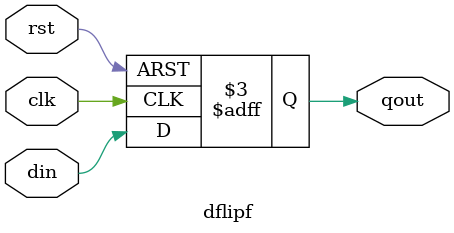
<source format=v>

module dflipf(din, rst, clk, qout);

input wire rst;
input wire din;
input wire clk;

output reg qout;

always @(posedge clk or negedge rst) begin
  if(rst == 1'b0)
    qout <= 1'b0;
  else
    qout <= din;
end

endmodule
</source>
